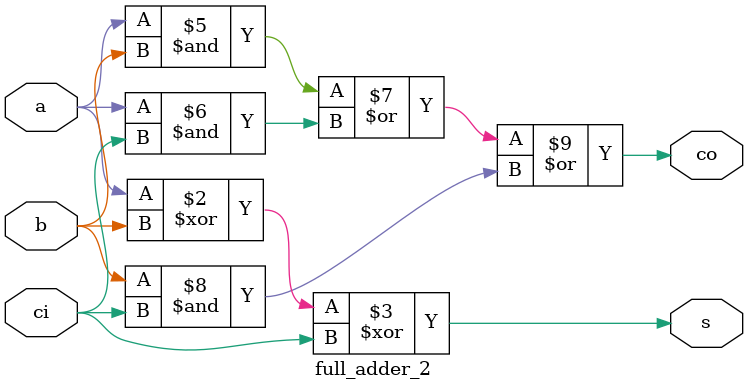
<source format=sv>
/**
 *  Full adder that has 2 `always_comb` blocks.
 */
module full_adder_2 (
	output logic s, co,
	input  logic a, b, ci
);

always_comb
	s = a ^ b ^ ci;

always_comb
	co = (a & b) | (a & ci) | (b & ci);

endmodule

/*?{{
logic s, co, a, b, ci;

full_adder_2 full_adder_2_inst(.*);

initial begin
	#10ns a = 0; b = 0; ci = 0;
	#10ns a = 0; b = 0; ci = 1;
	#10ns a = 0; b = 1; ci = 0;
	#10ns a = 0; b = 1; ci = 1;
	#10ns a = 1; b = 0; ci = 0;
	#10ns a = 1; b = 0; ci = 1;
	#10ns a = 1; b = 1; ci = 0;
	#10ns a = 1; b = 1; ci = 1;
	#10ns ;
end
}}*/

</source>
